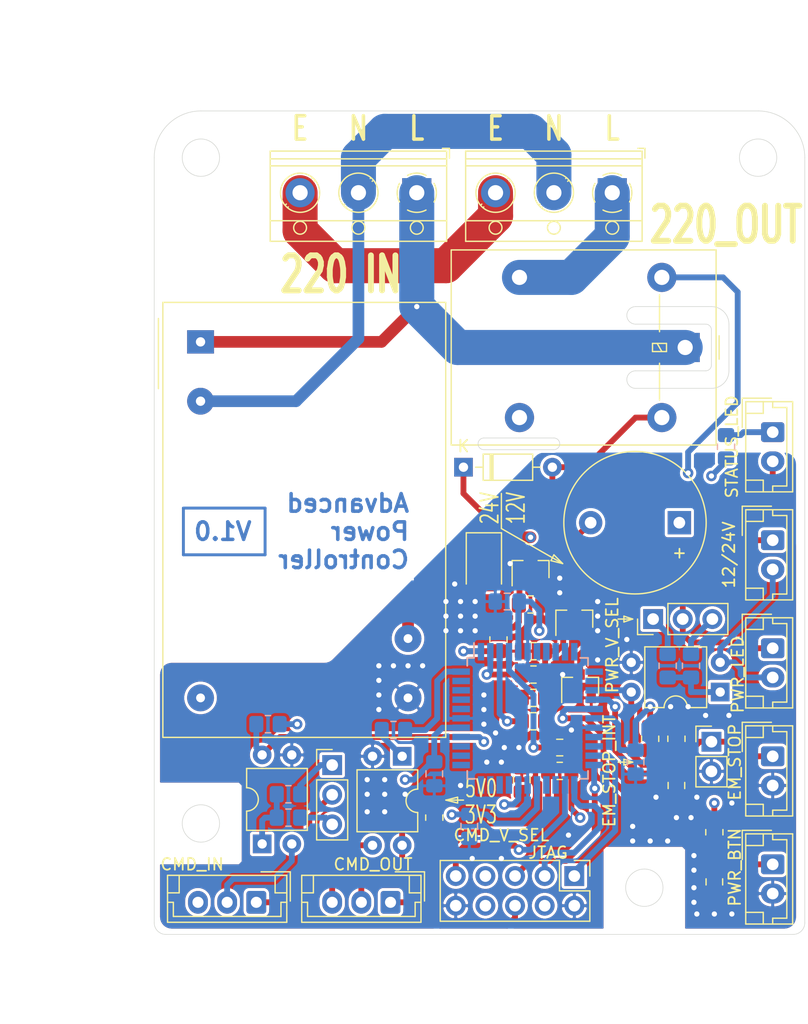
<source format=kicad_pcb>
(kicad_pcb (version 20171130) (host pcbnew "(5.1.6)-1")
  (layers (0 F.Cu jumper) (1 In1.Cu signal) (2 In2.Cu signal) (31 B.Cu signal) (34 B.Paste user) (35 F.Paste user) (36 B.SilkS user) (37 F.SilkS user) (38 B.Mask user) (39 F.Mask user) (44 Edge.Cuts user))
  (net 0 "")
  (net 1 "Net-(BZ1-Pad2)")
  (net 2 +5V)
  (net 3 /RST)
  (net 4 GND)
  (net 5 "Net-(C2-Pad2)")
  (net 6 /EM_STP)
  (net 7 /PWR_BTN)
  (net 8 /P_ON)
  (net 9 /TDI)
  (net 10 /TMS)
  (net 11 /TDO)
  (net 12 /TCK)
  (net 13 "Net-(J3-Pad2)")
  (net 14 "Net-(J3-Pad1)")
  (net 15 /V_IN_G)
  (net 16 /V_SEL)
  (net 17 /E)
  (net 18 /N)
  (net 19 /L_I)
  (net 20 /G)
  (net 21 /S)
  (net 22 /V)
  (net 23 /3V3)
  (net 24 /CMD_V_IN)
  (net 25 /5V0)
  (net 26 "Net-(J10-Pad2)")
  (net 27 /12V_IN)
  (net 28 /24V_IN)
  (net 29 /L_O)
  (net 30 "Net-(Q1-Pad1)")
  (net 31 "Net-(Q2-Pad1)")
  (net 32 "Net-(Q3-Pad1)")
  (net 33 /S_STATE)
  (net 34 /PWR)
  (net 35 /STATE)
  (net 36 /CMD_IN)
  (net 37 /V_IN_DET)
  (net 38 /CMD_OUT)
  (net 39 "Net-(R13-Pad1)")
  (net 40 "Net-(R14-Pad2)")
  (net 41 "Net-(R16-Pad2)")
  (module Package_DIP:DIP-4_W7.62mm (layer F.Cu) (at 109.5 85.25 270)
    (fp_text reference U4 hide)
    (fp_text value LTV-817)
    (pad 4 thru_hole oval (at 7.62 0 270) (size 1.6 1.6) (drill 0.8) (layers *.Cu *.Mask) (net 21 /S))
    (pad 2 thru_hole oval (at 0 2.54 270) (size 1.6 1.6) (drill 0.8) (layers *.Cu *.Mask) (net 4 GND))
    (pad 3 thru_hole oval (at 7.62 2.54 270) (size 1.6 1.6) (drill 0.8) (layers *.Cu *.Mask) (net 20 /G))
    (pad 1 thru_hole rect (at 0 0 270) (size 1.6 1.6) (drill 0.8) (layers *.Cu *.Mask) (net 39 "Net-(R13-Pad1)"))
  )
  (module Connector_PinHeader_2.54mm:PinHeader_2x05_P2.54mm_Vertical (layer F.Cu) (at 124.25 95.5 270)
    (fp_text reference JTAG (at -2 2.25 180) (layer F.SilkS))
    (fp_text value AVR-JTAG-10)
    (pad 10 thru_hole oval (at 2.54 10.16 270) (size 1.7 1.7) (drill 1) (layers *.Cu *.Mask) (net 4 GND))
    (pad 9 thru_hole oval (at 0 10.16 270) (size 1.7 1.7) (drill 1) (layers *.Cu *.Mask) (net 9 /TDI))
    (pad 8 thru_hole oval (at 2.54 7.62 270) (size 1.7 1.7) (drill 1) (layers *.Cu *.Mask))
    (pad 7 thru_hole oval (at 0 7.62 270) (size 1.7 1.7) (drill 1) (layers *.Cu *.Mask) (net 2 +5V))
    (pad 6 thru_hole oval (at 2.54 5.08 270) (size 1.7 1.7) (drill 1) (layers *.Cu *.Mask) (net 3 /RST))
    (pad 5 thru_hole oval (at 0 5.08 270) (size 1.7 1.7) (drill 1) (layers *.Cu *.Mask) (net 10 /TMS))
    (pad 4 thru_hole oval (at 2.54 2.54 270) (size 1.7 1.7) (drill 1) (layers *.Cu *.Mask) (net 2 +5V))
    (pad 3 thru_hole oval (at 0 2.54 270) (size 1.7 1.7) (drill 1) (layers *.Cu *.Mask) (net 11 /TDO))
    (pad 2 thru_hole oval (at 2.54 0 270) (size 1.7 1.7) (drill 1) (layers *.Cu *.Mask) (net 4 GND))
    (pad 1 thru_hole rect (at 0 0 270) (size 1.7 1.7) (drill 1) (layers *.Cu *.Mask) (net 12 /TCK))
  )
  (module Capacitor_SMD:C_0805_2012Metric_Pad1.15x1.40mm_HandSolder (layer F.Cu) (at 136.25 96 90)
    (fp_text reference C8 hide)
    (fp_text value 0.01uF)
    (pad 2 smd roundrect (at 1.025 0 90) (size 1.15 1.4) (layers F.Cu F.Paste F.Mask) (roundrect_rratio 0.217391) (net 7 /PWR_BTN))
    (pad 1 smd roundrect (at -1.025 0 90) (size 1.15 1.4) (layers F.Cu F.Paste F.Mask) (roundrect_rratio 0.217391) (net 4 GND))
  )
  (module Capacitor_SMD:C_0805_2012Metric_Pad1.15x1.40mm_HandSolder (layer F.Cu) (at 133 87.75 90)
    (fp_text reference C7 hide)
    (fp_text value 0.01uF)
    (pad 2 smd roundrect (at 1.025 0 90) (size 1.15 1.4) (layers F.Cu F.Paste F.Mask) (roundrect_rratio 0.217391) (net 6 /EM_STP))
    (pad 1 smd roundrect (at -1.025 0 90) (size 1.15 1.4) (layers F.Cu F.Paste F.Mask) (roundrect_rratio 0.217391) (net 4 GND))
  )
  (module Capacitor_SMD:C_0805_2012Metric_Pad1.15x1.40mm_HandSolder (layer B.Cu) (at 115.25 91.25 90)
    (fp_text reference C6 hide)
    (fp_text value 0.1uF)
    (pad 2 smd roundrect (at 1.025 0 90) (size 1.15 1.4) (layers B.Cu B.Paste B.Mask) (roundrect_rratio 0.217391) (net 2 +5V))
    (pad 1 smd roundrect (at -1.025 0 90) (size 1.15 1.4) (layers B.Cu B.Paste B.Mask) (roundrect_rratio 0.217391) (net 4 GND))
  )
  (module Capacitor_SMD:C_0805_2012Metric_Pad1.15x1.40mm_HandSolder (layer B.Cu) (at 112.25 86.75 90)
    (fp_text reference C5 hide)
    (fp_text value 0.1uF)
    (pad 2 smd roundrect (at 1.025 0 90) (size 1.15 1.4) (layers B.Cu B.Paste B.Mask) (roundrect_rratio 0.217391) (net 2 +5V))
    (pad 1 smd roundrect (at -1.025 0 90) (size 1.15 1.4) (layers B.Cu B.Paste B.Mask) (roundrect_rratio 0.217391) (net 4 GND))
  )
  (module Capacitor_SMD:C_0805_2012Metric_Pad1.15x1.40mm_HandSolder (layer B.Cu) (at 129.5 85.75 90)
    (fp_text reference C4 hide)
    (fp_text value 0.01uF)
    (pad 2 smd roundrect (at 1.025 0 90) (size 1.15 1.4) (layers B.Cu B.Paste B.Mask) (roundrect_rratio 0.217391) (net 2 +5V))
    (pad 1 smd roundrect (at -1.025 0 90) (size 1.15 1.4) (layers B.Cu B.Paste B.Mask) (roundrect_rratio 0.217391) (net 4 GND))
  )
  (module Capacitor_SMD:C_0805_2012Metric_Pad1.15x1.40mm_HandSolder (layer B.Cu) (at 118.5 72)
    (fp_text reference C3 hide)
    (fp_text value 0.1uF)
    (pad 2 smd roundrect (at 1.025 0) (size 1.15 1.4) (layers B.Cu B.Paste B.Mask) (roundrect_rratio 0.217391) (net 2 +5V))
    (pad 1 smd roundrect (at -1.025 0) (size 1.15 1.4) (layers B.Cu B.Paste B.Mask) (roundrect_rratio 0.217391) (net 4 GND))
  )
  (module Capacitor_SMD:C_0805_2012Metric_Pad1.15x1.40mm_HandSolder (layer F.Cu) (at 119.75 87.25 270)
    (fp_text reference C2 hide)
    (fp_text value 0.01uF)
    (pad 2 smd roundrect (at 1.025 0 270) (size 1.15 1.4) (layers F.Cu F.Paste F.Mask) (roundrect_rratio 0.217391) (net 5 "Net-(C2-Pad2)"))
    (pad 1 smd roundrect (at -1.025 0 270) (size 1.15 1.4) (layers F.Cu F.Paste F.Mask) (roundrect_rratio 0.217391) (net 4 GND))
  )
  (module Capacitor_SMD:C_0805_2012Metric_Pad1.15x1.40mm_HandSolder (layer F.Cu) (at 123 84.5 180)
    (fp_text reference C1 hide)
    (fp_text value 0.01uF)
    (pad 2 smd roundrect (at 1.025 0 180) (size 1.15 1.4) (layers F.Cu F.Paste F.Mask) (roundrect_rratio 0.217391) (net 3 /RST))
    (pad 1 smd roundrect (at -1.025 0 180) (size 1.15 1.4) (layers F.Cu F.Paste F.Mask) (roundrect_rratio 0.217391) (net 4 GND))
  )
  (module Diode_THT:D_DO-35_SOD27_P7.62mm_Horizontal (layer F.Cu) (at 114.75 60.5)
    (fp_text reference D1 hide)
    (fp_text value 1N4148)
    (fp_text user K (at 0 -1.8) (layer F.SilkS))
    (pad 2 thru_hole oval (at 7.62 0) (size 1.6 1.6) (drill 0.8) (layers *.Cu *.Mask) (net 8 /P_ON))
    (pad 1 thru_hole rect (at 0 0) (size 1.6 1.6) (drill 0.8) (layers *.Cu *.Mask) (net 2 +5V))
  )
  (module Connector_PinHeader_2.54mm:PinHeader_1x02_P2.54mm_Vertical (layer F.Cu) (at 136 84)
    (fp_text reference J2 hide)
    (fp_text value EM_STOP_INT (at -8.75 2.5 90) (layer F.SilkS))
    (pad 2 thru_hole oval (at 0 2.54) (size 1.7 1.7) (drill 1) (layers *.Cu *.Mask) (net 4 GND))
    (pad 1 thru_hole rect (at 0 0) (size 1.7 1.7) (drill 1) (layers *.Cu *.Mask) (net 6 /EM_STP))
  )
  (module Connector_JST:JST_EH_B2B-EH-A_1x02_P2.50mm_Vertical (layer F.Cu) (at 141.25 76 270)
    (fp_text reference J6 hide)
    (fp_text value PWR_LED (at 2.25 3 90) (layer F.SilkS))
    (pad 2 thru_hole oval (at 2.5 0 270) (size 1.7 2) (drill 1) (layers *.Cu *.Mask) (net 15 /V_IN_G))
    (pad 1 thru_hole roundrect (at 0 0 270) (size 1.7 2) (drill 1) (layers *.Cu *.Mask) (roundrect_rratio 0.147059) (net 16 /V_SEL))
  )
  (module Converter_ACDC:Converter_ACDC_MeanWell_IRM-03-xx_THT (layer F.Cu) (at 92.22 49.77)
    (fp_text reference PS1 hide)
    (fp_text value IRM-03-5)
    (pad 16 thru_hole circle (at 17.78 25.4) (size 2.3 2.3) (drill 0.76) (layers *.Cu *.Mask) (net 2 +5V))
    (pad 14 thru_hole circle (at 17.78 30.48) (size 2.3 2.3) (drill 0.76) (layers *.Cu *.Mask) (net 4 GND))
    (pad 3 thru_hole circle (at 0 5.08) (size 2.3 2.3) (drill 0.8) (layers *.Cu *.Mask) (net 18 /N))
    (pad 1 thru_hole rect (at 0 0) (size 2.3 2) (drill 0.8) (layers *.Cu *.Mask) (net 19 /L_I))
    (pad 5 thru_hole circle (at 0 30.48) (size 2.3 2.3) (drill 0.76) (layers *.Cu *.Mask))
  )
  (module Package_DIP:DIP-4_W7.62mm (layer F.Cu) (at 136.75 79.75 180)
    (fp_text reference U3 hide)
    (fp_text value LTV-817)
    (pad 4 thru_hole oval (at 7.62 0 180) (size 1.6 1.6) (drill 0.8) (layers *.Cu *.Mask) (net 37 /V_IN_DET))
    (pad 2 thru_hole oval (at 0 2.54 180) (size 1.6 1.6) (drill 0.8) (layers *.Cu *.Mask) (net 15 /V_IN_G))
    (pad 3 thru_hole oval (at 7.62 2.54 180) (size 1.6 1.6) (drill 0.8) (layers *.Cu *.Mask) (net 4 GND))
    (pad 1 thru_hole rect (at 0 0 180) (size 1.6 1.6) (drill 0.8) (layers *.Cu *.Mask) (net 41 "Net-(R16-Pad2)"))
  )
  (module Package_DIP:DIP-4_W7.62mm (layer F.Cu) (at 97.5 92.75 90)
    (fp_text reference U2 hide)
    (fp_text value LTV-817)
    (pad 4 thru_hole oval (at 7.62 0 90) (size 1.6 1.6) (drill 0.8) (layers *.Cu *.Mask) (net 36 /CMD_IN))
    (pad 2 thru_hole oval (at 0 2.54 90) (size 1.6 1.6) (drill 0.8) (layers *.Cu *.Mask) (net 26 "Net-(J10-Pad2)"))
    (pad 3 thru_hole oval (at 7.62 2.54 90) (size 1.6 1.6) (drill 0.8) (layers *.Cu *.Mask) (net 4 GND))
    (pad 1 thru_hole rect (at 0 0 90) (size 1.6 1.6) (drill 0.8) (layers *.Cu *.Mask) (net 40 "Net-(R14-Pad2)"))
  )
  (module Package_QFP:TQFP-44_10x10mm_P0.8mm (layer B.Cu) (at 120.25 82 270)
    (fp_text reference U1 hide)
    (fp_text value ATmega164PA-AU)
    (pad 44 smd rect (at -4 5.7 180) (size 1.5 0.55) (layers B.Cu B.Paste B.Mask) (net 38 /CMD_OUT))
    (pad 43 smd rect (at -3.2 5.7 180) (size 1.5 0.55) (layers B.Cu B.Paste B.Mask))
    (pad 42 smd rect (at -2.4 5.7 180) (size 1.5 0.55) (layers B.Cu B.Paste B.Mask))
    (pad 41 smd rect (at -1.6 5.7 180) (size 1.5 0.55) (layers B.Cu B.Paste B.Mask))
    (pad 40 smd rect (at -0.8 5.7 180) (size 1.5 0.55) (layers B.Cu B.Paste B.Mask))
    (pad 39 smd rect (at 0 5.7 180) (size 1.5 0.55) (layers B.Cu B.Paste B.Mask) (net 4 GND))
    (pad 38 smd rect (at 0.8 5.7 180) (size 1.5 0.55) (layers B.Cu B.Paste B.Mask) (net 2 +5V))
    (pad 37 smd rect (at 1.6 5.7 180) (size 1.5 0.55) (layers B.Cu B.Paste B.Mask) (net 36 /CMD_IN))
    (pad 36 smd rect (at 2.4 5.7 180) (size 1.5 0.55) (layers B.Cu B.Paste B.Mask))
    (pad 35 smd rect (at 3.2 5.7 180) (size 1.5 0.55) (layers B.Cu B.Paste B.Mask))
    (pad 34 smd rect (at 4 5.7 180) (size 1.5 0.55) (layers B.Cu B.Paste B.Mask))
    (pad 33 smd rect (at 5.7 4 270) (size 1.5 0.55) (layers B.Cu B.Paste B.Mask))
    (pad 32 smd rect (at 5.7 3.2 270) (size 1.5 0.55) (layers B.Cu B.Paste B.Mask))
    (pad 31 smd rect (at 5.7 2.4 270) (size 1.5 0.55) (layers B.Cu B.Paste B.Mask))
    (pad 30 smd rect (at 5.7 1.6 270) (size 1.5 0.55) (layers B.Cu B.Paste B.Mask))
    (pad 29 smd rect (at 5.7 0.8 270) (size 1.5 0.55) (layers B.Cu B.Paste B.Mask) (net 5 "Net-(C2-Pad2)"))
    (pad 28 smd rect (at 5.7 0 270) (size 1.5 0.55) (layers B.Cu B.Paste B.Mask) (net 4 GND))
    (pad 27 smd rect (at 5.7 -0.8 270) (size 1.5 0.55) (layers B.Cu B.Paste B.Mask) (net 2 +5V))
    (pad 26 smd rect (at 5.7 -1.6 270) (size 1.5 0.55) (layers B.Cu B.Paste B.Mask))
    (pad 25 smd rect (at 5.7 -2.4 270) (size 1.5 0.55) (layers B.Cu B.Paste B.Mask))
    (pad 24 smd rect (at 5.7 -3.2 270) (size 1.5 0.55) (layers B.Cu B.Paste B.Mask) (net 9 /TDI))
    (pad 23 smd rect (at 5.7 -4 270) (size 1.5 0.55) (layers B.Cu B.Paste B.Mask) (net 11 /TDO))
    (pad 22 smd rect (at 4 -5.7 180) (size 1.5 0.55) (layers B.Cu B.Paste B.Mask) (net 10 /TMS))
    (pad 21 smd rect (at 3.2 -5.7 180) (size 1.5 0.55) (layers B.Cu B.Paste B.Mask) (net 12 /TCK))
    (pad 20 smd rect (at 2.4 -5.7 180) (size 1.5 0.55) (layers B.Cu B.Paste B.Mask))
    (pad 19 smd rect (at 1.6 -5.7 180) (size 1.5 0.55) (layers B.Cu B.Paste B.Mask))
    (pad 18 smd rect (at 0.8 -5.7 180) (size 1.5 0.55) (layers B.Cu B.Paste B.Mask) (net 4 GND))
    (pad 17 smd rect (at 0 -5.7 180) (size 1.5 0.55) (layers B.Cu B.Paste B.Mask) (net 2 +5V))
    (pad 16 smd rect (at -0.8 -5.7 180) (size 1.5 0.55) (layers B.Cu B.Paste B.Mask) (net 7 /PWR_BTN))
    (pad 15 smd rect (at -1.6 -5.7 180) (size 1.5 0.55) (layers B.Cu B.Paste B.Mask) (net 6 /EM_STP))
    (pad 14 smd rect (at -2.4 -5.7 180) (size 1.5 0.55) (layers B.Cu B.Paste B.Mask) (net 37 /V_IN_DET))
    (pad 13 smd rect (at -3.2 -5.7 180) (size 1.5 0.55) (layers B.Cu B.Paste B.Mask))
    (pad 12 smd rect (at -4 -5.7 180) (size 1.5 0.55) (layers B.Cu B.Paste B.Mask))
    (pad 11 smd rect (at -5.7 -4 270) (size 1.5 0.55) (layers B.Cu B.Paste B.Mask))
    (pad 10 smd rect (at -5.7 -3.2 270) (size 1.5 0.55) (layers B.Cu B.Paste B.Mask))
    (pad 9 smd rect (at -5.7 -2.4 270) (size 1.5 0.55) (layers B.Cu B.Paste B.Mask))
    (pad 8 smd rect (at -5.7 -1.6 270) (size 1.5 0.55) (layers B.Cu B.Paste B.Mask))
    (pad 7 smd rect (at -5.7 -0.8 270) (size 1.5 0.55) (layers B.Cu B.Paste B.Mask))
    (pad 6 smd rect (at -5.7 0 270) (size 1.5 0.55) (layers B.Cu B.Paste B.Mask) (net 4 GND))
    (pad 5 smd rect (at -5.7 0.8 270) (size 1.5 0.55) (layers B.Cu B.Paste B.Mask) (net 2 +5V))
    (pad 4 smd rect (at -5.7 1.6 270) (size 1.5 0.55) (layers B.Cu B.Paste B.Mask) (net 3 /RST))
    (pad 3 smd rect (at -5.7 2.4 270) (size 1.5 0.55) (layers B.Cu B.Paste B.Mask) (net 35 /STATE))
    (pad 2 smd rect (at -5.7 3.2 270) (size 1.5 0.55) (layers B.Cu B.Paste B.Mask) (net 33 /S_STATE))
    (pad 1 smd rect (at -5.7 4 270) (size 1.5 0.55) (layers B.Cu B.Paste B.Mask) (net 34 /PWR))
  )
  (module Resistor_SMD:R_0805_2012Metric_Pad1.20x1.40mm_HandSolder (layer F.Cu) (at 112.25 90.5 270)
    (fp_text reference R18 hide)
    (fp_text value 4k7)
    (pad 2 smd roundrect (at 1 0 270) (size 1.2 1.4) (layers F.Cu F.Paste F.Mask) (roundrect_rratio 0.208333) (net 22 /V))
    (pad 1 smd roundrect (at -1 0 270) (size 1.2 1.4) (layers F.Cu F.Paste F.Mask) (roundrect_rratio 0.208333) (net 21 /S))
  )
  (module Resistor_SMD:R_0805_2012Metric_Pad1.20x1.40mm_HandSolder (layer B.Cu) (at 132.25 77.5 270)
    (fp_text reference R17 hide)
    (fp_text value 1k2)
    (pad 2 smd roundrect (at 1 0 270) (size 1.2 1.4) (layers B.Cu B.Paste B.Mask) (roundrect_rratio 0.208333) (net 41 "Net-(R16-Pad2)"))
    (pad 1 smd roundrect (at -1 0 270) (size 1.2 1.4) (layers B.Cu B.Paste B.Mask) (roundrect_rratio 0.208333) (net 28 /24V_IN))
  )
  (module Resistor_SMD:R_0805_2012Metric_Pad1.20x1.40mm_HandSolder (layer B.Cu) (at 134.25 77.5 270)
    (fp_text reference R16 hide)
    (fp_text value 560)
    (pad 2 smd roundrect (at 1 0 270) (size 1.2 1.4) (layers B.Cu B.Paste B.Mask) (roundrect_rratio 0.208333) (net 41 "Net-(R16-Pad2)"))
    (pad 1 smd roundrect (at -1 0 270) (size 1.2 1.4) (layers B.Cu B.Paste B.Mask) (roundrect_rratio 0.208333) (net 27 /12V_IN))
  )
  (module Resistor_SMD:R_0805_2012Metric_Pad1.20x1.40mm_HandSolder (layer B.Cu) (at 99.75 88.5 180)
    (fp_text reference R15 hide)
    (fp_text value 200)
    (pad 2 smd roundrect (at 1 0 180) (size 1.2 1.4) (layers B.Cu B.Paste B.Mask) (roundrect_rratio 0.208333) (net 40 "Net-(R14-Pad2)"))
    (pad 1 smd roundrect (at -1 0 180) (size 1.2 1.4) (layers B.Cu B.Paste B.Mask) (roundrect_rratio 0.208333) (net 25 /5V0))
  )
  (module Resistor_SMD:R_0805_2012Metric_Pad1.20x1.40mm_HandSolder (layer B.Cu) (at 99.75 90.5 180)
    (fp_text reference R14 hide)
    (fp_text value 100)
    (pad 2 smd roundrect (at 1 0 180) (size 1.2 1.4) (layers B.Cu B.Paste B.Mask) (roundrect_rratio 0.208333) (net 40 "Net-(R14-Pad2)"))
    (pad 1 smd roundrect (at -1 0 180) (size 1.2 1.4) (layers B.Cu B.Paste B.Mask) (roundrect_rratio 0.208333) (net 23 /3V3))
  )
  (module Resistor_SMD:R_0805_2012Metric_Pad1.20x1.40mm_HandSolder (layer B.Cu) (at 108.75 83)
    (fp_text reference R13 hide)
    (fp_text value 200)
    (pad 2 smd roundrect (at 1 0) (size 1.2 1.4) (layers B.Cu B.Paste B.Mask) (roundrect_rratio 0.208333) (net 38 /CMD_OUT))
    (pad 1 smd roundrect (at -1 0) (size 1.2 1.4) (layers B.Cu B.Paste B.Mask) (roundrect_rratio 0.208333) (net 39 "Net-(R13-Pad1)"))
  )
  (module Resistor_SMD:R_0805_2012Metric_Pad1.20x1.40mm_HandSolder (layer F.Cu) (at 130.75 83.75 90)
    (fp_text reference R12 hide)
    (fp_text value 4k7)
    (pad 2 smd roundrect (at 1 0 90) (size 1.2 1.4) (layers F.Cu F.Paste F.Mask) (roundrect_rratio 0.208333) (net 2 +5V))
    (pad 1 smd roundrect (at -1 0 90) (size 1.2 1.4) (layers F.Cu F.Paste F.Mask) (roundrect_rratio 0.208333) (net 37 /V_IN_DET))
  )
  (module Resistor_SMD:R_0805_2012Metric_Pad1.20x1.40mm_HandSolder (layer B.Cu) (at 98 82.5)
    (fp_text reference R11 hide)
    (fp_text value 4k7)
    (pad 2 smd roundrect (at 1 0) (size 1.2 1.4) (layers B.Cu B.Paste B.Mask) (roundrect_rratio 0.208333) (net 2 +5V))
    (pad 1 smd roundrect (at -1 0) (size 1.2 1.4) (layers B.Cu B.Paste B.Mask) (roundrect_rratio 0.208333) (net 36 /CMD_IN))
  )
  (module Resistor_SMD:R_0805_2012Metric_Pad1.20x1.40mm_HandSolder (layer F.Cu) (at 136.25 91.75 90)
    (fp_text reference R10 hide)
    (fp_text value 4k7)
    (pad 2 smd roundrect (at 1 0 90) (size 1.2 1.4) (layers F.Cu F.Paste F.Mask) (roundrect_rratio 0.208333) (net 2 +5V))
    (pad 1 smd roundrect (at -1 0 90) (size 1.2 1.4) (layers F.Cu F.Paste F.Mask) (roundrect_rratio 0.208333) (net 7 /PWR_BTN))
  )
  (module Resistor_SMD:R_0805_2012Metric_Pad1.20x1.40mm_HandSolder (layer F.Cu) (at 133 83.75 90)
    (fp_text reference R9 hide)
    (fp_text value 4k7)
    (pad 2 smd roundrect (at 1 0 90) (size 1.2 1.4) (layers F.Cu F.Paste F.Mask) (roundrect_rratio 0.208333) (net 2 +5V))
    (pad 1 smd roundrect (at -1 0 90) (size 1.2 1.4) (layers F.Cu F.Paste F.Mask) (roundrect_rratio 0.208333) (net 6 /EM_STP))
  )
  (module Resistor_SMD:R_0805_2012Metric_Pad1.20x1.40mm_HandSolder (layer B.Cu) (at 137.25 58.75 270)
    (fp_text reference R8 hide)
    (fp_text value 390)
    (pad 2 smd roundrect (at 1 0 270) (size 1.2 1.4) (layers B.Cu B.Paste B.Mask) (roundrect_rratio 0.208333) (net 2 +5V))
    (pad 1 smd roundrect (at -1 0 270) (size 1.2 1.4) (layers B.Cu B.Paste B.Mask) (roundrect_rratio 0.208333) (net 14 "Net-(J3-Pad1)"))
  )
  (module Resistor_SMD:R_0805_2012Metric_Pad1.20x1.40mm_HandSolder (layer F.Cu) (at 120.75 80.25)
    (fp_text reference R7 hide)
    (fp_text value 4k7)
    (pad 2 smd roundrect (at 1 0) (size 1.2 1.4) (layers F.Cu F.Paste F.Mask) (roundrect_rratio 0.208333) (net 32 "Net-(Q3-Pad1)"))
    (pad 1 smd roundrect (at -1 0) (size 1.2 1.4) (layers F.Cu F.Paste F.Mask) (roundrect_rratio 0.208333) (net 4 GND))
  )
  (module Resistor_SMD:R_0805_2012Metric_Pad1.20x1.40mm_HandSolder (layer F.Cu) (at 120.5 72.25 180)
    (fp_text reference R6 hide)
    (fp_text value 4k7)
    (pad 2 smd roundrect (at 1 0 180) (size 1.2 1.4) (layers F.Cu F.Paste F.Mask) (roundrect_rratio 0.208333) (net 31 "Net-(Q2-Pad1)"))
    (pad 1 smd roundrect (at -1 0 180) (size 1.2 1.4) (layers F.Cu F.Paste F.Mask) (roundrect_rratio 0.208333) (net 4 GND))
  )
  (module Resistor_SMD:R_0805_2012Metric_Pad1.20x1.40mm_HandSolder (layer F.Cu) (at 120.75 82.25 180)
    (fp_text reference R5 hide)
    (fp_text value 200)
    (pad 2 smd roundrect (at 1 0 180) (size 1.2 1.4) (layers F.Cu F.Paste F.Mask) (roundrect_rratio 0.208333) (net 35 /STATE))
    (pad 1 smd roundrect (at -1 0 180) (size 1.2 1.4) (layers F.Cu F.Paste F.Mask) (roundrect_rratio 0.208333) (net 32 "Net-(Q3-Pad1)"))
  )
  (module Resistor_SMD:R_0805_2012Metric_Pad1.20x1.40mm_HandSolder (layer F.Cu) (at 117.75 75.25 270)
    (fp_text reference R4 hide)
    (fp_text value 200)
    (pad 2 smd roundrect (at 1 0 270) (size 1.2 1.4) (layers F.Cu F.Paste F.Mask) (roundrect_rratio 0.208333) (net 34 /PWR))
    (pad 1 smd roundrect (at -1 0 270) (size 1.2 1.4) (layers F.Cu F.Paste F.Mask) (roundrect_rratio 0.208333) (net 31 "Net-(Q2-Pad1)"))
  )
  (module Resistor_SMD:R_0805_2012Metric_Pad1.20x1.40mm_HandSolder (layer F.Cu) (at 120.75 76.25)
    (fp_text reference R3 hide)
    (fp_text value 4k7)
    (pad 2 smd roundrect (at 1 0) (size 1.2 1.4) (layers F.Cu F.Paste F.Mask) (roundrect_rratio 0.208333) (net 30 "Net-(Q1-Pad1)"))
    (pad 1 smd roundrect (at -1 0) (size 1.2 1.4) (layers F.Cu F.Paste F.Mask) (roundrect_rratio 0.208333) (net 4 GND))
  )
  (module Resistor_SMD:R_0805_2012Metric_Pad1.20x1.40mm_HandSolder (layer F.Cu) (at 120.75 78.25 180)
    (fp_text reference R2 hide)
    (fp_text value 200)
    (pad 2 smd roundrect (at 1 0 180) (size 1.2 1.4) (layers F.Cu F.Paste F.Mask) (roundrect_rratio 0.208333) (net 33 /S_STATE))
    (pad 1 smd roundrect (at -1 0 180) (size 1.2 1.4) (layers F.Cu F.Paste F.Mask) (roundrect_rratio 0.208333) (net 30 "Net-(Q1-Pad1)"))
  )
  (module Resistor_SMD:R_0805_2012Metric_Pad1.20x1.40mm_HandSolder (layer F.Cu) (at 123 86.5)
    (fp_text reference R1 hide)
    (fp_text value 4k7)
    (pad 2 smd roundrect (at 1 0) (size 1.2 1.4) (layers F.Cu F.Paste F.Mask) (roundrect_rratio 0.208333) (net 2 +5V))
    (pad 1 smd roundrect (at -1 0) (size 1.2 1.4) (layers F.Cu F.Paste F.Mask) (roundrect_rratio 0.208333) (net 3 /RST))
  )
  (module Package_TO_SOT_SMD:SOT-23 (layer F.Cu) (at 124.75 79.25 90)
    (fp_text reference Q3 hide)
    (fp_text value IRLML0030)
    (pad 3 smd rect (at 1 0 90) (size 0.9 0.8) (layers F.Cu F.Paste F.Mask) (net 13 "Net-(J3-Pad2)"))
    (pad 2 smd rect (at -1 0.95 90) (size 0.9 0.8) (layers F.Cu F.Paste F.Mask) (net 4 GND))
    (pad 1 smd rect (at -1 -0.95 90) (size 0.9 0.8) (layers F.Cu F.Paste F.Mask) (net 32 "Net-(Q3-Pad1)"))
  )
  (module Package_TO_SOT_SMD:SOT-23 (layer F.Cu) (at 120.5 69.25 90)
    (fp_text reference Q2 hide)
    (fp_text value IRLML0030)
    (pad 3 smd rect (at 1 0 90) (size 0.9 0.8) (layers F.Cu F.Paste F.Mask) (net 8 /P_ON))
    (pad 2 smd rect (at -1 0.95 90) (size 0.9 0.8) (layers F.Cu F.Paste F.Mask) (net 4 GND))
    (pad 1 smd rect (at -1 -0.95 90) (size 0.9 0.8) (layers F.Cu F.Paste F.Mask) (net 31 "Net-(Q2-Pad1)"))
  )
  (module Package_TO_SOT_SMD:SOT-23 (layer F.Cu) (at 124.25 73.5 90)
    (fp_text reference Q1 hide)
    (fp_text value IRLML0030)
    (pad 3 smd rect (at 1 0 90) (size 0.9 0.8) (layers F.Cu F.Paste F.Mask) (net 1 "Net-(BZ1-Pad2)"))
    (pad 2 smd rect (at -1 0.95 90) (size 0.9 0.8) (layers F.Cu F.Paste F.Mask) (net 4 GND))
    (pad 1 smd rect (at -1 -0.95 90) (size 0.9 0.8) (layers F.Cu F.Paste F.Mask) (net 30 "Net-(Q1-Pad1)"))
  )
  (module Relay_THT:Relay_SPDT_Omron-G5LE-1 (layer F.Cu) (at 133.75 50.25 270)
    (fp_text reference K1 hide)
    (fp_text value G5LE-1)
    (pad 5 thru_hole oval (at 6 2 270) (size 2.5 2.5) (drill 1.3) (layers *.Cu *.Mask) (net 8 /P_ON))
    (pad 4 thru_hole oval (at 6 14.2 270) (size 2.5 2.5) (drill 1.3) (layers *.Cu *.Mask))
    (pad 3 thru_hole oval (at -6 14.2 270) (size 2.5 2.5) (drill 1.3) (layers *.Cu *.Mask) (net 29 /L_O))
    (pad 2 thru_hole oval (at -6 2 270) (size 2.5 2.5) (drill 1.3) (layers *.Cu *.Mask) (net 2 +5V))
    (pad 1 thru_hole rect (at 0 0 270) (size 2.5 2.5) (drill 1.3) (layers *.Cu *.Mask) (net 19 /L_I))
  )
  (module TerminalBlock_RND:TerminalBlock_RND_205-00013_1x03_P5.00mm_Horizontal (layer F.Cu) (at 127.5 37 180)
    (fp_text reference J13)
    (fp_text value 220_OUT (at -9.75 -2.75) (layer F.SilkS) (effects (font (size 3 2) (thickness 0.5))))
    (pad 3 thru_hole circle (at 10 0 180) (size 2.5 2.5) (drill 1.3) (layers *.Cu *.Mask) (net 17 /E))
    (pad 2 thru_hole circle (at 5 0 180) (size 2.5 2.5) (drill 1.3) (layers *.Cu *.Mask) (net 18 /N))
    (pad 1 thru_hole rect (at 0 0 180) (size 2.5 2.5) (drill 1.3) (layers *.Cu *.Mask) (net 29 /L_O))
  )
  (module Connector_JST:JST_EH_B2B-EH-A_1x02_P2.50mm_Vertical (layer F.Cu) (at 141.25 66.75 270)
    (fp_text reference J12 hide)
    (fp_text value 12/24V (at 1.25 3.75 90) (layer F.SilkS))
    (pad 2 thru_hole oval (at 2.5 0 270) (size 1.7 2) (drill 1) (layers *.Cu *.Mask) (net 15 /V_IN_G))
    (pad 1 thru_hole roundrect (at 0 0 270) (size 1.7 2) (drill 1) (layers *.Cu *.Mask) (roundrect_rratio 0.147059) (net 16 /V_SEL))
  )
  (module Connector_PinHeader_2.54mm:PinHeader_1x03_P2.54mm_Vertical (layer F.Cu) (at 131 73.5 90)
    (fp_text reference J11 hide)
    (fp_text value PWR_V_SEL (at -2.25 -3.5 90) (layer F.SilkS))
    (pad 3 thru_hole oval (at 0 5.08 90) (size 1.7 1.7) (drill 1) (layers *.Cu *.Mask) (net 27 /12V_IN))
    (pad 2 thru_hole oval (at 0 2.54 90) (size 1.7 1.7) (drill 1) (layers *.Cu *.Mask) (net 16 /V_SEL))
    (pad 1 thru_hole rect (at 0 0 90) (size 1.7 1.7) (drill 1) (layers *.Cu *.Mask) (net 28 /24V_IN))
  )
  (module Connector_JST:JST_EH_B3B-EH-A_1x03_P2.50mm_Vertical (layer F.Cu) (at 97 97.75 180)
    (fp_text reference J10 hide)
    (fp_text value CMD_IN (at 5.5 3.25) (layer F.SilkS))
    (pad 3 thru_hole oval (at 5 0 180) (size 1.7 1.95) (drill 0.95) (layers *.Cu *.Mask))
    (pad 2 thru_hole oval (at 2.5 0 180) (size 1.7 1.95) (drill 0.95) (layers *.Cu *.Mask) (net 26 "Net-(J10-Pad2)"))
    (pad 1 thru_hole roundrect (at 0 0 180) (size 1.7 1.95) (drill 0.95) (layers *.Cu *.Mask) (roundrect_rratio 0.147059) (net 24 /CMD_V_IN))
  )
  (module Connector_PinHeader_2.54mm:PinHeader_1x03_P2.54mm_Vertical (layer F.Cu) (at 103.5 86)
    (fp_text reference J9 hide)
    (fp_text value CMD_V_SEL (at 14.5 6 180) (layer F.SilkS))
    (pad 3 thru_hole oval (at 0 5.08) (size 1.7 1.7) (drill 1) (layers *.Cu *.Mask) (net 23 /3V3))
    (pad 2 thru_hole oval (at 0 2.54) (size 1.7 1.7) (drill 1) (layers *.Cu *.Mask) (net 24 /CMD_V_IN))
    (pad 1 thru_hole rect (at 0 0) (size 1.7 1.7) (drill 1) (layers *.Cu *.Mask) (net 25 /5V0))
  )
  (module Connector_JST:JST_EH_B3B-EH-A_1x03_P2.50mm_Vertical (layer F.Cu) (at 108.5 97.75 180)
    (fp_text reference J8 hide)
    (fp_text value CMD_OUT (at 1.5 3.25 180) (layer F.SilkS))
    (pad 3 thru_hole oval (at 5 0 180) (size 1.7 1.95) (drill 0.95) (layers *.Cu *.Mask) (net 20 /G))
    (pad 2 thru_hole oval (at 2.5 0 180) (size 1.7 1.95) (drill 0.95) (layers *.Cu *.Mask) (net 21 /S))
    (pad 1 thru_hole roundrect (at 0 0 180) (size 1.7 1.95) (drill 0.95) (layers *.Cu *.Mask) (roundrect_rratio 0.147059) (net 22 /V))
  )
  (module TerminalBlock_RND:TerminalBlock_RND_205-00013_1x03_P5.00mm_Horizontal (layer F.Cu) (at 110.75 37 180)
    (fp_text reference J7)
    (fp_text value "220 IN" (at 6.5 -7) (layer F.SilkS) (effects (font (size 3 2) (thickness 0.5))))
    (pad 3 thru_hole circle (at 10 0 180) (size 2.5 2.5) (drill 1.3) (layers *.Cu *.Mask) (net 17 /E))
    (pad 2 thru_hole circle (at 5 0 180) (size 2.5 2.5) (drill 1.3) (layers *.Cu *.Mask) (net 18 /N))
    (pad 1 thru_hole rect (at 0 0 180) (size 2.5 2.5) (drill 1.3) (layers *.Cu *.Mask) (net 19 /L_I))
  )
  (module Connector_JST:JST_EH_B2B-EH-A_1x02_P2.50mm_Vertical (layer F.Cu) (at 141.25 94.5 270)
    (fp_text reference J5 hide)
    (fp_text value PWR_BTN (at 0.25 3.25 90) (layer F.SilkS))
    (pad 2 thru_hole oval (at 2.5 0 270) (size 1.7 2) (drill 1) (layers *.Cu *.Mask) (net 4 GND))
    (pad 1 thru_hole roundrect (at 0 0 270) (size 1.7 2) (drill 1) (layers *.Cu *.Mask) (roundrect_rratio 0.147059) (net 7 /PWR_BTN))
  )
  (module Connector_JST:JST_EH_B2B-EH-A_1x02_P2.50mm_Vertical (layer F.Cu) (at 141.25 85.25 270)
    (fp_text reference J4 hide)
    (fp_text value EM_STOP (at 0.5 3.25 90) (layer F.SilkS))
    (pad 2 thru_hole oval (at 2.5 0 270) (size 1.7 2) (drill 1) (layers *.Cu *.Mask) (net 4 GND))
    (pad 1 thru_hole roundrect (at 0 0 270) (size 1.7 2) (drill 1) (layers *.Cu *.Mask) (roundrect_rratio 0.147059) (net 6 /EM_STP))
  )
  (module Connector_JST:JST_EH_B2B-EH-A_1x02_P2.50mm_Vertical (layer F.Cu) (at 141.25 57.5 270)
    (fp_text reference J3 hide)
    (fp_text value STATUS_LED (at 1.25 3.5 90) (layer F.SilkS))
    (pad 2 thru_hole oval (at 2.5 0 270) (size 1.7 2) (drill 1) (layers *.Cu *.Mask) (net 13 "Net-(J3-Pad2)"))
    (pad 1 thru_hole roundrect (at 0 0 270) (size 1.7 2) (drill 1) (layers *.Cu *.Mask) (roundrect_rratio 0.147059) (net 14 "Net-(J3-Pad1)"))
  )
  (module Capacitor_Tantalum_SMD:CP_EIA-3528-21_Kemet-B_Pad1.50x2.35mm_HandSolder (layer F.Cu) (at 116.5 68.75 270)
    (fp_text reference C9 hide)
    (fp_text value "10uF 16V")
    (pad 2 smd roundrect (at 1.625 0 270) (size 1.5 2.35) (layers F.Cu F.Paste F.Mask) (roundrect_rratio 0.166667) (net 4 GND))
    (pad 1 smd roundrect (at -1.625 0 270) (size 1.5 2.35) (layers F.Cu F.Paste F.Mask) (roundrect_rratio 0.166667) (net 2 +5V))
  )
  (module Buzzer_Beeper:Buzzer_12x9.5RM7.6 (layer F.Cu) (at 133.25 65.25 180)
    (fp_text reference BZ1 hide)
    (fp_text value Buzzer)
    (fp_text user + (at -0.01 -2.54) (layer F.SilkS))
    (pad 2 thru_hole circle (at 7.6 0 180) (size 2 2) (drill 1) (layers *.Cu *.Mask) (net 1 "Net-(BZ1-Pad2)"))
    (pad 1 thru_hole rect (at 0 0 180) (size 2 2) (drill 1) (layers *.Cu *.Mask) (net 2 +5V))
  )
  (gr_text "Advanced\nPower      V1.0\nController" (at 110.25 66) (layer B.Cu) (effects (font (size 1.5 1.5) (thickness 0.3)) (justify left mirror)))
  (gr_arc (start 116.5 58.5) (end 116.5 58) (angle -180) (layer Edge.Cuts) (width 0.05))
  (gr_arc (start 122.5 58.5) (end 122.5 59) (angle -180) (layer Edge.Cuts) (width 0.05))
  (gr_line (start 116.5 59) (end 119.5 59) (layer Edge.Cuts) (width 0.05))
  (gr_line (start 119.5 58) (end 116.5 58) (layer Edge.Cuts) (width 0.05))
  (gr_line (start 122.5 58) (end 119.5 58) (layer Edge.Cuts) (width 0.05))
  (gr_line (start 119.5 59) (end 122.5 59) (layer Edge.Cuts) (width 0.05))
  (gr_arc (start 89.25 99.5) (end 88.25 99.5) (angle -90) (layer Edge.Cuts) (width 0.05))
  (gr_arc (start 143 99.5) (end 143 100.5) (angle -90) (layer Edge.Cuts) (width 0.05))
  (gr_line (start 114.25 88.75) (end 113.25 89) (layer F.SilkS) (width 0.12))
  (gr_line (start 114.25 89.25) (end 114.25 88.75) (layer F.SilkS) (width 0.12))
  (gr_line (start 113.25 89) (end 114.25 89.25) (layer F.SilkS) (width 0.12))
  (gr_line (start 114.75 89) (end 113.25 89) (layer F.SilkS) (width 0.12))
  (gr_line (start 122.25 68.5) (end 123.25 68.75) (layer F.SilkS) (width 0.12))
  (gr_line (start 122.5 68) (end 122.25 68.5) (layer F.SilkS) (width 0.12))
  (gr_line (start 123.25 68.75) (end 122.5 68) (layer F.SilkS) (width 0.12))
  (gr_line (start 118 65.75) (end 123.25 68.75) (layer F.SilkS) (width 0.12))
  (gr_line (start 118 62.75) (end 118 65.75) (layer F.SilkS) (width 0.12))
  (gr_text L (at 127.5 31.5) (layer F.SilkS) (effects (font (size 2 1.5) (thickness 0.3))))
  (gr_text N (at 122.5 31.5) (layer F.SilkS) (effects (font (size 2 1.5) (thickness 0.3))))
  (gr_text E (at 117.5 31.5) (layer F.SilkS) (effects (font (size 2 1.5) (thickness 0.3))))
  (gr_text E (at 100.75 31.5) (layer F.SilkS) (effects (font (size 2 1.5) (thickness 0.3))))
  (gr_text N (at 105.75 31.5) (layer F.SilkS) (effects (font (size 2 1.5) (thickness 0.3))))
  (gr_text L (at 110.75 31.5) (layer F.SilkS) (effects (font (size 2 1.5) (thickness 0.3))))
  (gr_text 12V (at 119.25 64 90) (layer F.SilkS) (effects (font (size 1.5 1))))
  (gr_text 24V (at 117 64 90) (layer F.SilkS) (effects (font (size 1.5 1))))
  (gr_line (start 128.5 73.75) (end 129.25 73.5) (layer F.SilkS) (width 0.12))
  (gr_line (start 128.5 73.25) (end 128.5 73.75) (layer F.SilkS) (width 0.12))
  (gr_line (start 129.25 73.5) (end 128.5 73.25) (layer F.SilkS) (width 0.12))
  (gr_line (start 128 73.5) (end 129.25 73.5) (layer F.SilkS) (width 0.12))
  (gr_line (start 128.5 86) (end 129.25 85.75) (layer F.SilkS) (width 0.12))
  (gr_line (start 128.5 85.5) (end 128.5 86) (layer F.SilkS) (width 0.12))
  (gr_line (start 129.25 85.75) (end 128.5 85.5) (layer F.SilkS) (width 0.12))
  (gr_line (start 129.25 85.75) (end 128 85.75) (layer F.SilkS) (width 0.12))
  (gr_text "3V3\n" (at 116.25 90.25) (layer F.SilkS) (effects (font (size 1.5 1))))
  (gr_text 5V0 (at 116.25 88) (layer F.SilkS) (effects (font (size 1.5 1))))
  (gr_circle (center 92.25 34) (end 93.85 34) (layer Edge.Cuts) (width 0.05))
  (gr_circle (center 140 34) (end 141.6 34) (layer Edge.Cuts) (width 0.05))
  (gr_circle (center 92.25 91) (end 93.85 91) (layer Edge.Cuts) (width 0.05))
  (gr_line (start 92.25 30) (end 140 30) (layer Edge.Cuts) (width 0.05))
  (gr_arc (start 92.25 34) (end 92.25 30) (angle -90) (layer Edge.Cuts) (width 0.05))
  (gr_line (start 88.25 99.5) (end 88.25 34) (layer Edge.Cuts) (width 0.05))
  (gr_line (start 89.25 100.5) (end 143 100.5) (layer Edge.Cuts) (width 0.05))
  (gr_arc (start 140 34) (end 144 34) (angle -90) (layer Edge.Cuts) (width 0.05))
  (gr_line (start 144 99.5) (end 144 34) (layer Edge.Cuts) (width 0.05))
  (gr_circle (center 130.25 96.5) (end 131.85 96.5) (layer Edge.Cuts) (width 0.05))
  (gr_arc (start 135.5 51.75) (end 135.5 52.25) (angle -90) (layer Edge.Cuts) (width 0.05))
  (gr_arc (start 135.5 48.75) (end 136 48.75) (angle -90) (layer Edge.Cuts) (width 0.05))
  (gr_line (start 136 51.75) (end 136 48.75) (layer Edge.Cuts) (width 0.05))
  (gr_arc (start 136 48.25) (end 137.5 48.25) (angle -90) (layer Edge.Cuts) (width 0.05))
  (gr_arc (start 136 52.25) (end 136 53.75) (angle -90) (layer Edge.Cuts) (width 0.05))
  (gr_arc (start 129.5 53) (end 129.5 52.25) (angle -180) (layer Edge.Cuts) (width 0.05))
  (gr_arc (start 129.5 47.5) (end 129.5 46.75) (angle -180) (layer Edge.Cuts) (width 0.05))
  (gr_line (start 136 53.75) (end 129.5 53.75) (layer Edge.Cuts) (width 0.05))
  (gr_line (start 137.5 48.25) (end 137.5 52.25) (layer Edge.Cuts) (width 0.05))
  (gr_line (start 129.5 46.75) (end 136 46.75) (layer Edge.Cuts) (width 0.05))
  (gr_line (start 135.5 52.25) (end 129.5 52.25) (layer Edge.Cuts) (width 0.05))
  (gr_line (start 129.5 48.25) (end 135.5 48.25) (layer Edge.Cuts) (width 0.05))
  (segment (start 97.75 64) (end 97.75 68) (width 0.25) (layer B.Cu) (net 0))
  (segment (start 97.75 68) (end 90.75 68) (width 0.25) (layer B.Cu) (net 0))
  (segment (start 90.75 68) (end 90.75 64) (width 0.25) (layer B.Cu) (net 0))
  (segment (start 90.75 64) (end 97.75 64) (width 0.25) (layer B.Cu) (net 0))
  (segment (start 124.25 66.65) (end 125.65 65.25) (width 0.5) (layer F.Cu) (net 1))
  (segment (start 124.25 72.5) (end 124.25 66.65) (width 0.5) (layer F.Cu) (net 1))
  (via (at 113.75 90.25) (size 0.9) (drill 0.45) (layers F.Cu B.Cu) (net 2))
  (segment (start 115.25 90.225) (end 113.775 90.225) (width 0.5) (layer B.Cu) (net 2))
  (segment (start 113.775 90.225) (end 113.75 90.25) (width 0.5) (layer B.Cu) (net 2))
  (segment (start 128 84.5) (end 128.225 84.725) (width 0.5) (layer B.Cu) (net 2))
  (segment (start 128.225 84.725) (end 129.5 84.725) (width 0.5) (layer B.Cu) (net 2))
  (segment (start 125.95 82) (end 127.5 82) (width 0.5) (layer B.Cu) (net 2))
  (segment (start 128 82.5) (end 128 84.5) (width 0.5) (layer B.Cu) (net 2))
  (segment (start 127.5 82) (end 128 82.5) (width 0.5) (layer B.Cu) (net 2))
  (segment (start 129.5 84.725) (end 129.5 82.25) (width 0.5) (layer B.Cu) (net 2))
  (via (at 130.75 81) (size 0.9) (drill 0.45) (layers F.Cu B.Cu) (net 2))
  (segment (start 129.5 82.25) (end 130.75 81) (width 0.5) (layer B.Cu) (net 2))
  (segment (start 130.75 81) (end 130.75 82.75) (width 0.5) (layer F.Cu) (net 2))
  (segment (start 130.75 82.75) (end 133 82.75) (width 0.5) (layer F.Cu) (net 2))
  (via (at 136.25 89.25) (size 0.9) (drill 0.45) (layers F.Cu B.Cu) (net 2))
  (segment (start 136.25 90.75) (end 136.25 89.25) (width 0.5) (layer F.Cu) (net 2))
  (segment (start 114.55 82.8) (end 112.95 82.8) (width 0.5) (layer B.Cu) (net 2))
  (segment (start 112.25 83.5) (end 112.25 85.725) (width 0.5) (layer B.Cu) (net 2))
  (segment (start 112.95 82.8) (end 112.25 83.5) (width 0.5) (layer B.Cu) (net 2))
  (via (at 136 61.25) (size 0.9) (drill 0.45) (layers F.Cu B.Cu) (net 2))
  (segment (start 119.45 72.775) (end 119.475 72.75) (width 0.5) (layer B.Cu) (net 2))
  (segment (start 116.5 67.125) (end 114.375 67.125) (width 1) (layer F.Cu) (net 2))
  (segment (start 110 71.5) (end 110 75.17) (width 1) (layer F.Cu) (net 2))
  (segment (start 114.375 67.125) (end 110 71.5) (width 1) (layer F.Cu) (net 2))
  (via (at 120.5 66.5) (size 0.9) (drill 0.45) (layers F.Cu B.Cu) (net 2))
  (via (at 124.75 90.5) (size 0.9) (drill 0.45) (layers F.Cu B.Cu) (net 2))
  (segment (start 124 86.5) (end 124 89.75) (width 0.5) (layer F.Cu) (net 2))
  (segment (start 124 89.75) (end 124.75 90.5) (width 0.5) (layer F.Cu) (net 2))
  (via (at 134 61) (size 0.9) (drill 0.45) (layers F.Cu B.Cu) (net 2))
  (segment (start 134 59.210034) (end 138.25 54.960034) (width 0.5) (layer B.Cu) (net 2))
  (segment (start 137 44.25) (end 131.75 44.25) (width 0.5) (layer B.Cu) (net 2))
  (segment (start 134 61) (end 134 59.210034) (width 0.5) (layer B.Cu) (net 2))
  (segment (start 138.25 54.960034) (end 138.25 45.5) (width 0.5) (layer B.Cu) (net 2))
  (segment (start 138.25 45.5) (end 137 44.25) (width 0.5) (layer B.Cu) (net 2))
  (via (at 121.25 74.5) (size 0.9) (drill 0.45) (layers F.Cu B.Cu) (net 2))
  (via (at 100.5 82.5) (size 0.9) (drill 0.45) (layers F.Cu B.Cu) (net 2))
  (segment (start 99 82.5) (end 100.5 82.5) (width 0.5) (layer B.Cu) (net 2))
  (segment (start 119.75 66.5) (end 120.5 66.5) (width 1) (layer F.Cu) (net 2))
  (segment (start 119.125 67.125) (end 119.75 66.5) (width 1) (layer F.Cu) (net 2))
  (segment (start 116.5 67.125) (end 119.125 67.125) (width 1) (layer F.Cu) (net 2))
  (segment (start 119.45 72.075) (end 119.525 72) (width 0.5) (layer B.Cu) (net 2))
  (segment (start 119.45 76.3) (end 119.45 72.075) (width 0.5) (layer B.Cu) (net 2))
  (segment (start 119.525 72) (end 120.5 72) (width 0.5) (layer B.Cu) (net 2))
  (segment (start 121.25 72.75) (end 121.25 74.5) (width 0.5) (layer B.Cu) (net 2))
  (segment (start 120.5 72) (end 121.25 72.75) (width 0.5) (layer B.Cu) (net 2))
  (segment (start 114.75 60.5) (end 114.75 62.75) (width 0.5) (layer F.Cu) (net 2))
  (segment (start 116.5 64.5) (end 116.5 67.125) (width 0.5) (layer F.Cu) (net 2))
  (segment (start 114.75 62.75) (end 116.5 64.5) (width 0.5) (layer F.Cu) (net 2))
  (segment (start 137.25 60) (end 136 61.25) (width 0.5) (layer B.Cu) (net 2))
  (segment (start 137.25 59.75) (end 137.25 60) (width 0.5) (layer B.Cu) (net 2))
  (segment (start 112.25 85.725) (end 112.025 85.725) (width 0.5) (layer B.Cu) (net 2))
  (segment (start 112.025 85.725) (end 110.5 87.25) (width 0.5) (layer B.Cu) (net 2))
  (via (at 109.75 87.25) (size 0.9) (drill 0.45) (layers F.Cu B.Cu) (net 2))
  (segment (start 110.5 87.25) (end 109.75 87.25) (width 0.5) (layer B.Cu) (net 2))
  (segment (start 116.725 90.225) (end 115.25 90.225) (width 0.5) (layer B.Cu) (net 2))
  (segment (start 117.5 91) (end 116.725 90.225) (width 0.5) (layer B.Cu) (net 2))
  (segment (start 119.75 91) (end 117.5 91) (width 0.5) (layer B.Cu) (net 2))
  (segment (start 121.05 89.7) (end 119.75 91) (width 0.5) (layer B.Cu) (net 2))
  (segment (start 121.05 87.7) (end 121.05 89.7) (width 0.5) (layer B.Cu) (net 2))
  (segment (start 122 84.525) (end 121.975 84.5) (width 0.5) (layer F.Cu) (net 3))
  (segment (start 122 86.5) (end 122 84.525) (width 0.5) (layer F.Cu) (net 3))
  (via (at 120.75 84.5) (size 0.9) (drill 0.45) (layers F.Cu B.Cu) (net 3))
  (segment (start 121.975 84.5) (end 120.75 84.5) (width 0.5) (layer F.Cu) (net 3))
  (segment (start 120.75 84.5) (end 120.75 80) (width 0.5) (layer B.Cu) (net 3))
  (segment (start 118.65 77.9) (end 118.65 76.3) (width 0.5) (layer B.Cu) (net 3))
  (segment (start 120.75 80) (end 118.65 77.9) (width 0.5) (layer B.Cu) (net 3))
  (segment (start 118.5 99.75) (end 119.17 99.08) (width 0.5) (layer F.Cu) (net 3))
  (segment (start 112.75 99.75) (end 118.5 99.75) (width 0.5) (layer F.Cu) (net 3))
  (segment (start 119.17 99.08) (end 119.17 98.04) (width 0.5) (layer F.Cu) (net 3))
  (segment (start 122 90.25) (end 120.5 91.75) (width 0.5) (layer F.Cu) (net 3))
  (segment (start 114.25 91.75) (end 112.25 93.75) (width 0.5) (layer F.Cu) (net 3))
  (segment (start 122 86.5) (end 122 90.25) (width 0.5) (layer F.Cu) (net 3))
  (segment (start 112.25 99.25) (end 112.75 99.75) (width 0.5) (layer F.Cu) (net 3))
  (segment (start 120.5 91.75) (end 114.25 91.75) (width 0.5) (layer F.Cu) (net 3))
  (segment (start 112.25 93.75) (end 112.25 99.25) (width 0.5) (layer F.Cu) (net 3))
  (via (at 119.5 84.5) (size 0.9) (drill 0.45) (layers F.Cu B.Cu) (net 4))
  (via (at 118.25 84.5) (size 0.9) (drill 0.45) (layers F.Cu B.Cu) (net 4))
  (via (at 116.75 85.75) (size 0.9) (drill 0.45) (layers F.Cu B.Cu) (net 4))
  (via (at 118 85.75) (size 0.9) (drill 0.45) (layers F.Cu B.Cu) (net 4))
  (via (at 116.5 82.5) (size 0.9) (drill 0.45) (layers F.Cu B.Cu) (net 4))
  (via (at 116.5 80) (size 0.9) (drill 0.45) (layers F.Cu B.Cu) (net 4))
  (via (at 123.25 78.25) (size 0.9) (drill 0.45) (layers F.Cu B.Cu) (net 4))
  (via (at 124 83) (size 0.9) (drill 0.45) (layers F.Cu B.Cu) (net 4))
  (via (at 114.5 87.75) (size 0.9) (drill 0.45) (layers F.Cu B.Cu) (net 4))
  (via (at 131.25 88.75) (size 0.9) (drill 0.45) (layers F.Cu B.Cu) (net 4))
  (via (at 133 90.5) (size 0.9) (drill 0.45) (layers F.Cu B.Cu) (net 4))
  (via (at 123 71.25) (size 0.9) (drill 0.45) (layers F.Cu B.Cu) (net 4))
  (via (at 123 70) (size 0.9) (drill 0.45) (layers F.Cu B.Cu) (net 4))
  (via (at 115.75 72) (size 0.9) (drill 0.45) (layers F.Cu B.Cu) (net 4))
  (via (at 114.5 72) (size 0.9) (drill 0.45) (layers F.Cu B.Cu) (net 4))
  (via (at 114 70.5) (size 0.9) (drill 0.45) (layers F.Cu B.Cu) (net 4))
  (via (at 126.25 73.25) (size 0.9) (drill 0.45) (layers F.Cu B.Cu) (net 4))
  (via (at 126.25 72) (size 0.9) (drill 0.45) (layers F.Cu B.Cu) (net 4))
  (via (at 128.75 75.25) (size 0.9) (drill 0.45) (layers F.Cu B.Cu) (net 4))
  (via (at 126.25 74.5) (size 0.9) (drill 0.45) (layers F.Cu B.Cu) (net 4))
  (via (at 114.5 73.25) (size 0.9) (drill 0.45) (layers F.Cu B.Cu) (net 4))
  (via (at 114.5 74.5) (size 0.9) (drill 0.45) (layers F.Cu B.Cu) (net 4))
  (via (at 113.25 74.5) (size 0.9) (drill 0.45) (layers F.Cu B.Cu) (net 4))
  (via (at 113.25 73.25) (size 0.9) (drill 0.45) (layers F.Cu B.Cu) (net 4))
  (via (at 113.25 72) (size 0.9) (drill 0.45) (layers F.Cu B.Cu) (net 4))
  (via (at 118.75 68.75) (size 0.9) (drill 0.45) (layers F.Cu B.Cu) (net 4))
  (via (at 115.5 94) (size 0.9) (drill 0.45) (layers F.Cu B.Cu) (net 4))
  (via (at 118 94) (size 0.9) (drill 0.45) (layers F.Cu B.Cu) (net 4))
  (via (at 134.75 88.75) (size 0.9) (drill 0.45) (layers F.Cu B.Cu) (net 4))
  (via (at 136.25 98.75) (size 0.9) (drill 0.45) (layers F.Cu B.Cu) (net 4))
  (via (at 134.75 98.75) (size 0.9) (drill 0.45) (layers F.Cu B.Cu) (net 4))
  (via (at 137.75 98.75) (size 0.9) (drill 0.45) (layers F.Cu B.Cu) (net 4))
  (via (at 115.75 73.25) (size 0.9) (drill 0.45) (layers F.Cu B.Cu) (net 4))
  (via (at 115.75 74.5) (size 0.9) (drill 0.45) (layers F.Cu B.Cu) (net 4))
  (via (at 123.75 92) (size 0.9) (drill 0.45) (layers F.Cu B.Cu) (net 4))
  (via (at 129.25 91.25) (size 0.9) (drill 0.45) (layers F.Cu B.Cu) (net 4))
  (via (at 134.25 90.5) (size 0.9) (drill 0.45) (layers F.Cu B.Cu) (net 4))
  (via (at 134.5 95) (size 0.9) (drill 0.45) (layers F.Cu B.Cu) (net 4))
  (via (at 137.75 89.25) (size 0.9) (drill 0.45) (layers F.Cu B.Cu) (net 4))
  (via (at 107.5 80) (size 0.9) (drill 0.45) (layers F.Cu B.Cu) (net 4))
  (via (at 107.5 81.25) (size 0.9) (drill 0.45) (layers F.Cu B.Cu) (net 4))
  (via (at 107.5 78.75) (size 0.9) (drill 0.45) (layers F.Cu B.Cu) (net 4))
  (via (at 107.5 77.5) (size 0.9) (drill 0.45) (layers F.Cu B.Cu) (net 4))
  (via (at 108.75 77.5) (size 0.9) (drill 0.45) (layers F.Cu B.Cu) (net 4))
  (via (at 110 77.5) (size 0.9) (drill 0.45) (layers F.Cu B.Cu) (net 4))
  (via (at 111.25 77.5) (size 0.9) (drill 0.45) (layers F.Cu B.Cu) (net 4))
  (via (at 116.5 81.25) (size 0.9) (drill 0.45) (layers F.Cu B.Cu) (net 4))
  (via (at 117.5 83.25) (size 0.9) (drill 0.45) (layers F.Cu B.Cu) (net 4))
  (via (at 126.25 77) (size 0.9) (drill 0.45) (layers F.Cu B.Cu) (net 4))
  (via (at 132.5 81) (size 0.9) (drill 0.45) (layers F.Cu B.Cu) (net 4))
  (via (at 134 81) (size 0.9) (drill 0.45) (layers F.Cu B.Cu) (net 4))
  (via (at 135.5 81.75) (size 0.9) (drill 0.45) (layers F.Cu B.Cu) (net 4))
  (via (at 137.5 81.75) (size 0.9) (drill 0.45) (layers F.Cu B.Cu) (net 4))
  (via (at 109.75 88.5) (size 0.9) (drill 0.45) (layers F.Cu B.Cu) (net 4))
  (via (at 108 87.25) (size 0.9) (drill 0.45) (layers F.Cu B.Cu) (net 4))
  (via (at 108 88.5) (size 0.9) (drill 0.45) (layers F.Cu B.Cu) (net 4))
  (via (at 108 90) (size 0.9) (drill 0.45) (layers F.Cu B.Cu) (net 4))
  (via (at 106.5 90) (size 0.9) (drill 0.45) (layers F.Cu B.Cu) (net 4))
  (via (at 106.5 88.5) (size 0.9) (drill 0.45) (layers F.Cu B.Cu) (net 4))
  (via (at 106.5 87.25) (size 0.9) (drill 0.45) (layers F.Cu B.Cu) (net 4))
  (via (at 129.25 92.5) (size 0.9) (drill 0.45) (layers F.Cu B.Cu) (net 4))
  (via (at 130.75 92.5) (size 0.9) (drill 0.45) (layers F.Cu B.Cu) (net 4))
  (via (at 132.25 92.5) (size 0.9) (drill 0.45) (layers F.Cu B.Cu) (net 4))
  (via (at 134.5 96.5) (size 0.9) (drill 0.45) (layers F.Cu B.Cu) (net 4))
  (via (at 134.5 97.75) (size 0.9) (drill 0.45) (layers F.Cu B.Cu) (net 4))
  (via (at 134.5 93.75) (size 0.9) (drill 0.45) (layers F.Cu B.Cu) (net 4))
  (via (at 118.25 89.375) (size 0.9) (drill 0.45) (layers F.Cu B.Cu) (net 5))
  (segment (start 119.025 89.375) (end 118.25 89.375) (width 0.5) (layer B.Cu) (net 5))
  (segment (start 119.45 87.7) (end 119.45 88.95) (width 0.5) (layer B.Cu) (net 5))
  (segment (start 119.45 88.95) (end 119.025 89.375) (width 0.5) (layer B.Cu) (net 5))
  (segment (start 118.25 89.375) (end 119.375 89.375) (width 0.5) (layer F.Cu) (net 5))
  (segment (start 119.75 89) (end 119.75 88.275) (width 0.5) (layer F.Cu) (net 5))
  (segment (start 119.375 89.375) (end 119.75 89) (width 0.5) (layer F.Cu) (net 5))
  (segment (start 141.25 85.25) (end 139.25 85.25) (width 0.5) (layer F.Cu) (net 6))
  (segment (start 138 84) (end 136 84) (width 0.5) (layer F.Cu) (net 6))
  (segment (start 139.25 85.25) (end 138 84) (width 0.5) (layer F.Cu) (net 6))
  (segment (start 136 84) (end 135 84) (width 0.5) (layer F.Cu) (net 6))
  (segment (start 134.25 84.75) (end 133 84.75) (width 0.5) (layer F.Cu) (net 6))
  (segment (start 135 84) (end 134.25 84.75) (width 0.5) (layer F.Cu) (net 6))
  (segment (start 133 84.75) (end 133 86.725) (width 0.5) (layer F.Cu) (net 6))
  (segment (start 133 86.725) (end 129.725 86.725) (width 0.5) (layer F.Cu) (net 6))
  (via (at 127.75 81) (size 0.9) (drill 0.45) (layers F.Cu B.Cu) (net 6))
  (segment (start 129.725 86.725) (end 127.75 84.75) (width 0.5) (layer F.Cu) (net 6))
  (segment (start 127.75 84.75) (end 127.75 81) (width 0.5) (layer F.Cu) (net 6))
  (segment (start 127.15 80.4) (end 125.95 80.4) (width 0.5) (layer B.Cu) (net 6))
  (segment (start 127.75 81) (end 127.15 80.4) (width 0.5) (layer B.Cu) (net 6))
  (segment (start 136.25 94.975) (end 136.25 92.75) (width 0.5) (layer F.Cu) (net 7))
  (via (at 123.25 82) (size 0.9) (drill 0.45) (layers F.Cu B.Cu) (net 7))
  (segment (start 123.25 82) (end 123.25 81.5) (width 0.5) (layer B.Cu) (net 7))
  (segment (start 123.55 81.2) (end 125.95 81.2) (width 0.5) (layer B.Cu) (net 7))
  (segment (start 123.25 81.5) (end 123.55 81.2) (width 0.5) (layer B.Cu) (net 7))
  (segment (start 136.25 94.975) (end 137.775 94.975) (width 0.5) (layer F.Cu) (net 7))
  (segment (start 138.25 94.5) (end 141.25 94.5) (width 0.5) (layer F.Cu) (net 7))
  (segment (start 137.775 94.975) (end 138.25 94.5) (width 0.5) (layer F.Cu) (net 7))
  (segment (start 131.791988 91.54999) (end 133.04999 91.54999) (width 0.5) (layer F.Cu) (net 7))
  (segment (start 134.25 92.75) (end 136.25 92.75) (width 0.5) (layer F.Cu) (net 7))
  (segment (start 126.75 83.5) (end 126.75 86.508002) (width 0.5) (layer F.Cu) (net 7))
  (segment (start 125.25 82) (end 126.75 83.5) (width 0.5) (layer F.Cu) (net 7))
  (segment (start 133.04999 91.54999) (end 134.25 92.75) (width 0.5) (layer F.Cu) (net 7))
  (segment (start 123.25 82) (end 125.25 82) (width 0.5) (layer F.Cu) (net 7))
  (segment (start 131.791988 91.54999) (end 126.75 86.508002) (width 0.5) (layer F.Cu) (net 7))
  (segment (start 122.37 60.5) (end 125.25 60.5) (width 0.5) (layer F.Cu) (net 8))
  (segment (start 129.5 56.25) (end 131.75 56.25) (width 0.5) (layer F.Cu) (net 8))
  (segment (start 125.25 60.5) (end 129.5 56.25) (width 0.5) (layer F.Cu) (net 8))
  (segment (start 122.37 66.38) (end 120.5 68.25) (width 0.5) (layer F.Cu) (net 8))
  (segment (start 122.37 60.5) (end 122.37 66.38) (width 0.5) (layer F.Cu) (net 8))
  (segment (start 123.45 87.7) (end 123.45 90.3) (width 0.5) (layer B.Cu) (net 9))
  (segment (start 123.45 90.3) (end 120.5 93.25) (width 0.5) (layer B.Cu) (net 9))
  (via (at 119.5 93.25) (size 0.9) (drill 0.45) (layers F.Cu B.Cu) (net 9))
  (segment (start 120.5 93.25) (end 119.5 93.25) (width 0.5) (layer B.Cu) (net 9))
  (segment (start 114.09 93.66) (end 114.09 95.5) (width 0.5) (layer F.Cu) (net 9))
  (segment (start 114.850001 92.899999) (end 114.09 93.66) (width 0.5) (layer F.Cu) (net 9))
  (segment (start 119.149999 92.899999) (end 114.850001 92.899999) (width 0.5) (layer F.Cu) (net 9))
  (segment (start 119.5 93.25) (end 119.149999 92.899999) (width 0.5) (layer F.Cu) (net 9))
  (via (at 126 88) (size 0.9) (drill 0.45) (layers F.Cu B.Cu) (net 10))
  (segment (start 125.95 86) (end 125.95 87.95) (width 0.5) (layer B.Cu) (net 10))
  (segment (start 125.95 87.95) (end 126 88) (width 0.5) (layer B.Cu) (net 10))
  (segment (start 120.470001 94.199999) (end 119.17 95.5) (width 0.5) (layer F.Cu) (net 10))
  (segment (start 123.550001 94.199999) (end 120.470001 94.199999) (width 0.5) (layer F.Cu) (net 10))
  (segment (start 126 91.75) (end 123.550001 94.199999) (width 0.5) (layer F.Cu) (net 10))
  (segment (start 126 88) (end 126 91.75) (width 0.5) (layer F.Cu) (net 10))
  (segment (start 121.71 94.29) (end 121.71 95.5) (width 0.5) (layer B.Cu) (net 11))
  (segment (start 122.5 93.5) (end 121.71 94.29) (width 0.5) (layer B.Cu) (net 11))
  (segment (start 124.25 89) (end 124.75 89.5) (width 0.5) (layer B.Cu) (net 11))
  (segment (start 124.25 87.7) (end 124.25 89) (width 0.5) (layer B.Cu) (net 11))
  (segment (start 126 89.5) (end 126.5 90) (width 0.5) (layer B.Cu) (net 11))
  (segment (start 124.25 93.5) (end 122.5 93.5) (width 0.5) (layer B.Cu) (net 11))
  (segment (start 126.5 91.25) (end 124.25 93.5) (width 0.5) (layer B.Cu) (net 11))
  (segment (start 124.75 89.5) (end 126 89.5) (width 0.5) (layer B.Cu) (net 11))
  (segment (start 126.5 90) (end 126.5 91.25) (width 0.5) (layer B.Cu) (net 11))
  (segment (start 124.25 95.113588) (end 124.25 95.5) (width 0.5) (layer B.Cu) (net 12))
  (segment (start 127.75 85.75) (end 127.75 91.613588) (width 0.5) (layer B.Cu) (net 12))
  (segment (start 127.75 91.613588) (end 124.25 95.113588) (width 0.5) (layer B.Cu) (net 12))
  (segment (start 125.95 85.2) (end 127.2 85.2) (width 0.5) (layer B.Cu) (net 12))
  (segment (start 127.2 85.2) (end 127.75 85.75) (width 0.5) (layer B.Cu) (net 12))
  (segment (start 141.25 61.75) (end 141.25 60) (width 0.5) (layer F.Cu) (net 13))
  (segment (start 140.75 62.25) (end 141.25 61.75) (width 0.5) (layer F.Cu) (net 13))
  (segment (start 130.25 62.25) (end 140.75 62.25) (width 0.5) (layer F.Cu) (net 13))
  (segment (start 127.875 64.625) (end 130.25 62.25) (width 0.5) (layer F.Cu) (net 13))
  (segment (start 126.25 76) (end 127.875 74.375) (width 0.5) (layer F.Cu) (net 13))
  (segment (start 124.75 78.25) (end 124.75 76.5) (width 0.5) (layer F.Cu) (net 13))
  (segment (start 125.25 76) (end 126.25 76) (width 0.5) (layer F.Cu) (net 13))
  (segment (start 124.75 76.5) (end 125.25 76) (width 0.5) (layer F.Cu) (net 13))
  (segment (start 127.875 74.375) (end 127.875 64.625) (width 0.5) (layer F.Cu) (net 13))
  (segment (start 137.25 57.75) (end 138.5 57.75) (width 0.5) (layer B.Cu) (net 14))
  (segment (start 138.75 57.5) (end 141.25 57.5) (width 0.5) (layer B.Cu) (net 14))
  (segment (start 138.5 57.75) (end 138.75 57.5) (width 0.5) (layer B.Cu) (net 14))
  (segment (start 136.75 77.21) (end 137.96 77.21) (width 0.5) (layer B.Cu) (net 15))
  (segment (start 137.96 77.21) (end 138.5 77.75) (width 0.5) (layer B.Cu) (net 15))
  (segment (start 138.5 77.75) (end 138.5 78.25) (width 0.5) (layer B.Cu) (net 15))
  (segment (start 138.75 78.5) (end 141.25 78.5) (width 0.5) (layer B.Cu) (net 15))
  (segment (start 138.5 78.25) (end 138.75 78.5) (width 0.5) (layer B.Cu) (net 15))
  (segment (start 136.75 77.21) (end 136.75 76) (width 0.5) (layer B.Cu) (net 15))
  (segment (start 141.25 71.5) (end 141.25 69.25) (width 0.5) (layer B.Cu) (net 15))
  (segment (start 136.75 76) (end 141.25 71.5) (width 0.5) (layer B.Cu) (net 15))
  (segment (start 139.5 76) (end 141.25 76) (width 0.5) (layer F.Cu) (net 16))
  (segment (start 139 75.5) (end 139.5 76) (width 0.5) (layer F.Cu) (net 16))
  (segment (start 134.25 75.5) (end 139 75.5) (width 0.5) (layer F.Cu) (net 16))
  (segment (start 133.54 73.5) (end 133.54 74.79) (width 0.5) (layer F.Cu) (net 16))
  (segment (start 133.54 74.79) (end 134.25 75.5) (width 0.5) (layer F.Cu) (net 16))
  (segment (start 136 66.75) (end 141.25 66.75) (width 0.5) (layer F.Cu) (net 16))
  (segment (start 133.54 73.5) (end 133.54 69.21) (width 0.5) (layer F.Cu) (net 16))
  (segment (start 133.54 69.21) (end 136 66.75) (width 0.5) (layer F.Cu) (net 16))
  (segment (start 100.75 37) (end 100.75 40.25) (width 3) (layer F.Cu) (net 17))
  (segment (start 100.75 40.25) (end 103.75 43.25) (width 3) (layer F.Cu) (net 17))
  (segment (start 103.75 43.25) (end 113.25 43.25) (width 3) (layer F.Cu) (net 17))
  (segment (start 117.5 39) (end 117.5 37) (width 3) (layer F.Cu) (net 17))
  (segment (start 113.25 43.25) (end 117.5 39) (width 3) (layer F.Cu) (net 17))
  (segment (start 105.75 37) (end 105.75 34) (width 3) (layer B.Cu) (net 18))
  (segment (start 105.75 34) (end 108 31.75) (width 3) (layer B.Cu) (net 18))
  (segment (start 108 31.75) (end 120.5 31.75) (width 3) (layer B.Cu) (net 18))
  (segment (start 122.5 33.75) (end 122.5 37) (width 3) (layer B.Cu) (net 18))
  (segment (start 120.5 31.75) (end 122.5 33.75) (width 3) (layer B.Cu) (net 18))
  (segment (start 100.4 54.85) (end 92.22 54.85) (width 1) (layer B.Cu) (net 18))
  (segment (start 105.75 37) (end 105.75 49.5) (width 1) (layer B.Cu) (net 18))
  (segment (start 105.75 49.5) (end 100.4 54.85) (width 1) (layer B.Cu) (net 18))
  (segment (start 110.75 37) (end 110.75 46.75) (width 3) (layer B.Cu) (net 19))
  (segment (start 114.25 50.25) (end 133.75 50.25) (width 3) (layer B.Cu) (net 19))
  (segment (start 110.75 46.75) (end 114.25 50.25) (width 3) (layer B.Cu) (net 19))
  (via (at 110.75 46.75) (size 0.9) (drill 0.45) (layers F.Cu B.Cu) (net 19))
  (segment (start 107.73 49.77) (end 110.75 46.75) (width 1) (layer F.Cu) (net 19))
  (segment (start 92.22 49.77) (end 107.73 49.77) (width 1) (layer F.Cu) (net 19))
  (segment (start 103.5 94.83) (end 105.46 92.87) (width 0.5) (layer F.Cu) (net 20))
  (segment (start 103.5 97.75) (end 103.5 94.83) (width 0.5) (layer F.Cu) (net 20))
  (segment (start 105.46 92.87) (end 106.96 92.87) (width 0.5) (layer F.Cu) (net 20))
  (segment (start 109.5 92.87) (end 109.5 90.5) (width 0.5) (layer F.Cu) (net 21))
  (segment (start 110.5 89.5) (end 112.25 89.5) (width 0.5) (layer F.Cu) (net 21))
  (segment (start 109.5 90.5) (end 110.5 89.5) (width 0.5) (layer F.Cu) (net 21))
  (segment (start 106 95.75) (end 106 97.75) (width 0.5) (layer F.Cu) (net 21))
  (segment (start 106.375 95.375) (end 106 95.75) (width 0.5) (layer F.Cu) (net 21))
  (segment (start 108.625 95.375) (end 106.375 95.375) (width 0.5) (layer F.Cu) (net 21))
  (segment (start 109.5 92.87) (end 109.5 94.5) (width 0.5) (layer F.Cu) (net 21))
  (segment (start 109.5 94.5) (end 108.625 95.375) (width 0.5) (layer F.Cu) (net 21))
  (segment (start 110.25 97.75) (end 108.5 97.75) (width 0.5) (layer F.Cu) (net 22))
  (segment (start 110.75 97.25) (end 110.25 97.75) (width 0.5) (layer F.Cu) (net 22))
  (segment (start 110.75 93.75) (end 110.75 97.25) (width 0.5) (layer F.Cu) (net 22))
  (segment (start 112.25 92.25) (end 110.75 93.75) (width 0.5) (layer F.Cu) (net 22))
  (segment (start 112.25 91.5) (end 112.25 92.25) (width 0.5) (layer F.Cu) (net 22))
  (segment (start 102.92 90.5) (end 103.5 91.08) (width 0.5) (layer B.Cu) (net 23))
  (segment (start 100.75 90.5) (end 102.92 90.5) (width 0.5) (layer B.Cu) (net 23))
  (segment (start 99.75 97.75) (end 97 97.75) (width 0.5) (layer F.Cu) (net 24))
  (segment (start 101.540001 95.959999) (end 99.75 97.75) (width 0.5) (layer F.Cu) (net 24))
  (segment (start 101.540001 90.499999) (end 101.540001 95.959999) (width 0.5) (layer F.Cu) (net 24))
  (segment (start 103.5 88.54) (end 101.540001 90.499999) (width 0.5) (layer F.Cu) (net 24))
  (segment (start 100.75 88.5) (end 100.75 87.75) (width 0.5) (layer B.Cu) (net 25))
  (segment (start 102.5 86) (end 103.5 86) (width 0.5) (layer B.Cu) (net 25))
  (segment (start 100.75 87.75) (end 102.5 86) (width 0.5) (layer B.Cu) (net 25))
  (segment (start 100.04 94.21) (end 100.04 92.75) (width 0.5) (layer B.Cu) (net 26))
  (segment (start 98.5 95.75) (end 100.04 94.21) (width 0.5) (layer B.Cu) (net 26))
  (segment (start 95 95.75) (end 98.5 95.75) (width 0.5) (layer B.Cu) (net 26))
  (segment (start 94.5 97.75) (end 94.5 96.25) (width 0.5) (layer B.Cu) (net 26))
  (segment (start 94.5 96.25) (end 95 95.75) (width 0.5) (layer B.Cu) (net 26))
  (segment (start 134.25 75.33) (end 136.08 73.5) (width 0.5) (layer B.Cu) (net 27))
  (segment (start 134.25 76.5) (end 134.25 75.33) (width 0.5) (layer B.Cu) (net 27))
  (segment (start 132.25 74.75) (end 131 73.5) (width 0.5) (layer B.Cu) (net 28))
  (segment (start 132.25 76.5) (end 132.25 74.75) (width 0.5) (layer B.Cu) (net 28))
  (segment (start 127.5 37) (end 127.5 40.75) (width 3) (layer B.Cu) (net 29))
  (segment (start 124 44.25) (end 119.55 44.25) (width 3) (layer B.Cu) (net 29))
  (segment (start 127.5 40.75) (end 124 44.25) (width 3) (layer B.Cu) (net 29))
  (segment (start 121.75 78.25) (end 121.75 76.25) (width 0.5) (layer F.Cu) (net 30))
  (segment (start 123.3 74.5) (end 123.3 75.7) (width 0.5) (layer F.Cu) (net 30))
  (segment (start 122.75 76.25) (end 121.75 76.25) (width 0.5) (layer F.Cu) (net 30))
  (segment (start 123.3 75.7) (end 122.75 76.25) (width 0.5) (layer F.Cu) (net 30))
  (segment (start 119.55 72.2) (end 119.5 72.25) (width 0.5) (layer F.Cu) (net 31))
  (segment (start 119.55 70.25) (end 119.55 72.2) (width 0.5) (layer F.Cu) (net 31))
  (segment (start 119.5 72.25) (end 119.5 73.75) (width 0.5) (layer F.Cu) (net 31))
  (segment (start 119 74.25) (end 117.75 74.25) (width 0.5) (layer F.Cu) (net 31))
  (segment (start 119.5 73.75) (end 119 74.25) (width 0.5) (layer F.Cu) (net 31))
  (segment (start 121.75 82.25) (end 121.75 80.25) (width 0.5) (layer F.Cu) (net 32))
  (segment (start 123.8 80.25) (end 121.75 80.25) (width 0.5) (layer F.Cu) (net 32))
  (via (at 116.75 78.25) (size 0.9) (drill 0.45) (layers F.Cu B.Cu) (net 33))
  (segment (start 119.75 78.25) (end 116.75 78.25) (width 0.5) (layer F.Cu) (net 33))
  (segment (start 117.05 77.95) (end 117.05 76.3) (width 0.5) (layer B.Cu) (net 33))
  (segment (start 116.75 78.25) (end 117.05 77.95) (width 0.5) (layer B.Cu) (net 33))
  (segment (start 117.75 76.25) (end 117.25 76.25) (width 0.5) (layer F.Cu) (net 34))
  (via (at 114.75 76.25) (size 0.9) (drill 0.45) (layers F.Cu B.Cu) (net 34))
  (segment (start 117.75 76.25) (end 114.75 76.25) (width 0.5) (layer F.Cu) (net 34))
  (segment (start 116.2 76.25) (end 116.25 76.3) (width 0.5) (layer B.Cu) (net 34))
  (segment (start 114.75 76.25) (end 116.2 76.25) (width 0.5) (layer B.Cu) (net 34))
  (via (at 118.5 82.25) (size 0.9) (drill 0.45) (layers F.Cu B.Cu) (net 35))
  (segment (start 117.85 76.3) (end 117.85 81.6) (width 0.5) (layer B.Cu) (net 35))
  (segment (start 117.85 81.6) (end 118.5 82.25) (width 0.5) (layer B.Cu) (net 35))
  (segment (start 118.5 82.25) (end 119.75 82.25) (width 0.5) (layer F.Cu) (net 35))
  (via (at 116.5 84) (size 0.9) (drill 0.45) (layers F.Cu B.Cu) (net 36))
  (segment (start 114.55 83.6) (end 116.1 83.6) (width 0.5) (layer B.Cu) (net 36))
  (segment (start 116.1 83.6) (end 116.5 84) (width 0.5) (layer B.Cu) (net 36))
  (segment (start 116.5 84) (end 116.100001 83.600001) (width 0.5) (layer F.Cu) (net 36))
  (segment (start 97.5 85.13) (end 97.5 85) (width 0.5) (layer B.Cu) (net 36))
  (segment (start 97 84.5) (end 97 82.5) (width 0.5) (layer B.Cu) (net 36))
  (segment (start 97.5 85) (end 97 84.5) (width 0.5) (layer B.Cu) (net 36))
  (segment (start 99.029999 83.600001) (end 97.5 85.13) (width 0.5) (layer F.Cu) (net 36))
  (segment (start 116.100001 83.600001) (end 99.029999 83.600001) (width 0.5) (layer F.Cu) (net 36))
  (segment (start 130.75 84.75) (end 129.75 84.75) (width 0.5) (layer F.Cu) (net 37))
  (segment (start 129.13 84.13) (end 129.13 79.75) (width 0.5) (layer F.Cu) (net 37))
  (segment (start 129.75 84.75) (end 129.13 84.13) (width 0.5) (layer F.Cu) (net 37))
  (segment (start 128.98 79.6) (end 129.13 79.75) (width 0.5) (layer B.Cu) (net 37))
  (segment (start 125.95 79.6) (end 128.98 79.6) (width 0.5) (layer B.Cu) (net 37))
  (segment (start 112.5 78.8) (end 112.5 82) (width 0.5) (layer B.Cu) (net 38))
  (segment (start 114.55 78) (end 113.3 78) (width 0.5) (layer B.Cu) (net 38))
  (segment (start 111.5 83) (end 109.75 83) (width 0.5) (layer B.Cu) (net 38))
  (segment (start 112.5 82) (end 111.5 83) (width 0.5) (layer B.Cu) (net 38))
  (segment (start 113.3 78) (end 112.5 78.8) (width 0.5) (layer B.Cu) (net 38))
  (segment (start 107.75 83.5) (end 109.5 85.25) (width 0.5) (layer B.Cu) (net 39))
  (segment (start 107.75 83) (end 107.75 83.5) (width 0.5) (layer B.Cu) (net 39))
  (segment (start 97.5 92.75) (end 97.5 90.75) (width 0.5) (layer B.Cu) (net 40))
  (segment (start 97.5 90.75) (end 97.75 90.5) (width 0.5) (layer B.Cu) (net 40))
  (segment (start 97.75 90.5) (end 98.75 90.5) (width 0.5) (layer B.Cu) (net 40))
  (segment (start 98.75 90.5) (end 98.75 88.5) (width 0.5) (layer B.Cu) (net 40))
  (segment (start 132.25 78.5) (end 134.25 78.5) (width 0.5) (layer B.Cu) (net 41))
  (segment (start 134.25 78.5) (end 134.25 79.75) (width 0.5) (layer B.Cu) (net 41))
  (segment (start 134.25 79.75) (end 136.75 79.75) (width 0.5) (layer B.Cu) (net 41))
  (zone (net 0) (net_name "") (layers F.Cu In1.Cu In2.Cu B.Cu) (connect_pads (clearance 0.4)) (min_thickness 0.2)
    (keepout (tracks not_allowed) (vias not_allowed) (copperpour not_allowed))
    (fill (arc_segments 32) (thermal_gap 0.3) (thermal_bridge_width 0.3))
    (polygon (pts (xy 95.75 87.75) (xy 95.75 94.25) (xy 95.5 94.5) (xy 88.5 94.5) (xy 88.5 87.5) (xy 95.5 87.5)))
  )
  (zone (net 0) (net_name "") (layers F.Cu In1.Cu In2.Cu B.Cu) (connect_pads (clearance 0.4)) (min_thickness 0.2)
    (keepout (tracks not_allowed) (vias not_allowed) (copperpour not_allowed))
    (fill (arc_segments 32) (thermal_gap 0.3) (thermal_bridge_width 0.3))
    (polygon (pts (xy 133.75 93.25) (xy 133.75 99.75) (xy 133.75 100) (xy 126.75 100) (xy 126.75 99.75) (xy 126.75 93.25) (xy 127 93) (xy 133.5 93)))
  )
  (zone (net 4) (net_name GND) (layer B.Cu) (connect_pads (clearance 0.25)) (min_thickness 0.1) (fill yes (arc_segments 32) (thermal_gap 0.25) (thermal_bridge_width 0.25) (smoothing fillet) (radius 1))
    (polygon (pts (xy 143.25 100) (xy 88.75 100) (xy 88.75 87.75) (xy 88.75 77.25) (xy 103.25 77.25) (xy 121.25 59.25) (xy 143.25 59.25)))
  )
  (zone (net 4) (net_name GND) (layer F.Cu) (connect_pads (clearance 0.25)) (min_thickness 0.1) (fill yes (arc_segments 32) (thermal_gap 0.25) (thermal_bridge_width 0.25) (smoothing fillet) (radius 1))
    (polygon (pts (xy 143.25 100) (xy 88.75 100) (xy 88.75 87.75) (xy 88.75 77.25) (xy 99.25 77.25) (xy 103.25 77.25) (xy 114.25 66.25) (xy 143.25 66.25)))
  )
)
</source>
